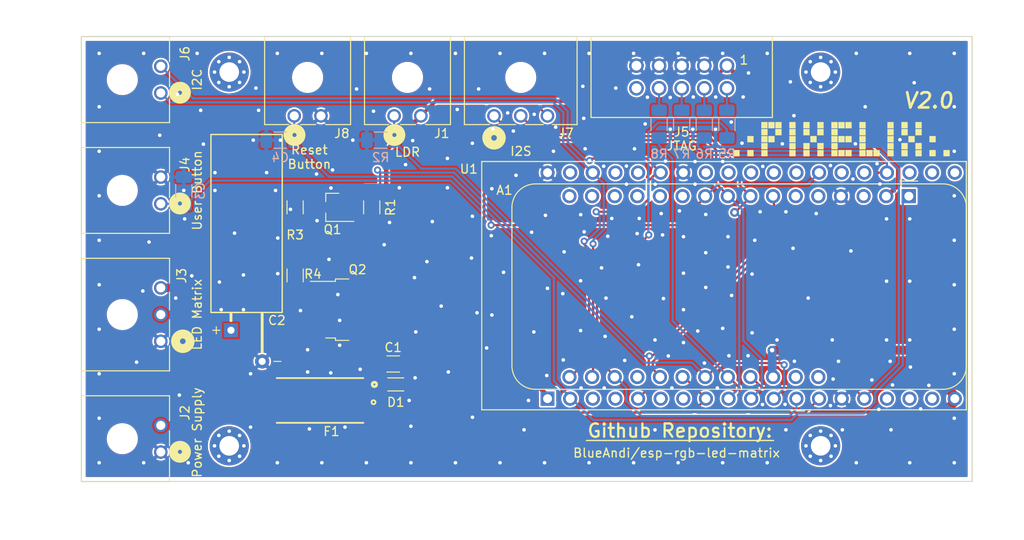
<source format=kicad_pcb>
(kicad_pcb (version 20211014) (generator pcbnew)
  (title_block (title "Pixelix") (date "2022-09-15") (rev "V2.0") (comment 1 "Schneider, Niklas"))
  (layers (0 "F.Cu" signal) (31 "B.Cu" signal) (34 "B.Paste" user) (35 "F.Paste" user) (36 "B.SilkS" user "B.Silkscreen") (37 "F.SilkS" user "F.Silkscreen") (38 "B.Mask" user) (39 "F.Mask" user) (44 "Edge.Cuts" user))
  (net 0 "")
  (net 1 "+3V3")
  (net 3 "GND")
  (net 6 "/LDR-ANALOG-IN")
  (net 7 "/I2S_WS")
  (net 8 "/I2S_CLK")
  (net 9 "/USER-BUTTON")
  (net 16 "/SDA")
  (net 17 "/SCL")
  (net 18 "/MTMS")
  (net 20 "/MTDO")
  (net 21 "/I2S_Data_IN")
  (net 22 "/LV-DATA-OUT")
  (net 23 "/MTDI")
  (net 24 "/MTCK")
  (net 26 "/RESET")
  (net 27 "Net-(C1-Pad1)")
  (net 28 "/VCC-PROTECTED")
  (net 29 "Net-(F1-Pad2)")
  (net 30 "/HV-DATA-OUT")
  (net 31 "Net-(J5-Pad2)")
  (net 32 "Net-(J5-Pad4)")
  (net 33 "Net-(J5-Pad6)")
  (net 34 "Net-(J5-Pad8)")
  (net 36 "Net-(Q2-Pad1)")
  (footprint "footprints:FUSE_0154004.DR" (layer "F.Cu") (at 127.8 111 180)
    (fp_text reference "F1")
    (fp_text value "4A")
  )
  (footprint "footprints:66200311022" (layer "F.Cu") (at 150.33 74.7 180)
    (fp_text reference "J7")
    (fp_text value "Conn_01x03" hide)
  )
  (footprint "footprints:66200211022" (layer "F.Cu") (at 137.615 74.7 180)
    (fp_text reference "J1")
    (fp_text value "Conn_01x02" hide)
  )
  (footprint "footprints:66200211022" (layer "F.Cu") (at 126.4 74.7 180)
    (fp_text reference "J8")
    (fp_text value "Conn_01x02" hide)
  )
  (footprint "footprints:CP_Radial_D8.0mm_P3.50mm_horizontal" (layer "F.Cu") (at 117.8 101.1125)
    (fp_text reference "C2")
    (fp_text value "1000u / 16V")
  )
  (footprint "Resistor_SMD:R_1206_3216Metric_Pad1.30x1.75mm_HandSolder" (layer "F.Cu") (at 133.6 89.3 90)
    (fp_text reference "R1")
    (fp_text value "10k")
  )
  (footprint "MountingHole:MountingHole_2.2mm_M2_Pad_Via" (layer "F.Cu") (at 117.6 116.1)
    (fp_text reference "H1" hide)
    (fp_text value "MountingHole_Pad" hide)
  )
  (footprint "Capacitor_SMD:C_1206_3216Metric_Pad1.33x1.80mm_HandSolder" (layer "F.Cu") (at 136.01 106.9)
    (fp_text reference "C1")
    (fp_text value "100n")
  )
  (footprint "MountingHole:MountingHole_2.2mm_M2_Pad_Via" (layer "F.Cu") (at 184 74.1)
    (fp_text reference "H4" hide)
    (fp_text value "MountingHole_Pad" hide)
  )
  (footprint "footprints:Adafruit_Feather_V2_ESP32" (layer "F.Cu") (at 193.9 88.0475 -90)
    (fp_text reference "A1")
    (fp_text value "Adafruit_Feather_V2_ESP32")
  )
  (footprint "MountingHole:MountingHole_2.2mm_M2_Pad_Via" (layer "F.Cu") (at 117.6 74.1)
    (fp_text reference "H3" hide)
    (fp_text value "MountingHole_Pad" hide)
  )
  (footprint "footprints:61201021621" (layer "F.Cu") (at 168.4 74.65 180)
    (fp_text reference "J5")
    (fp_text value "Conn_02x05_Odd_Even" hide)
  )
  (footprint "footprints:66200211022" (layer "F.Cu") (at 105.6 115.3 -90)
    (fp_text reference "J2")
    (fp_text value "Conn_01x02" hide)
  )
  (footprint "Package_TO_SOT_SMD:TO-252-3_TabPin2" (layer "F.Cu") (at 132 100.8)
    (fp_text reference "Q2")
    (fp_text value "PMOS_GDS_STD26P3LLH6")
  )
  (footprint "footprints:66200211022" (layer "F.Cu") (at 105.6 87.4 -90)
    (fp_text reference "J4")
    (fp_text value "Conn_01x02" hide)
  )
  (footprint "MountingHole:MountingHole_2.2mm_M2_Pad_Via" (layer "F.Cu") (at 184 116.1)
    (fp_text reference "H2" hide)
    (fp_text value "MountingHole_Pad" hide)
  )
  (footprint "Resistor_SMD:R_1206_3216Metric_Pad1.30x1.75mm_HandSolder" (layer "F.Cu") (at 125 89.3 90)
    (fp_text reference "R3")
    (fp_text value "1.2k")
  )
  (footprint "footprints:66200311022" (layer "F.Cu") (at 105.6 101.35 -90)
    (fp_text reference "J3")
    (fp_text value "Conn_01x03" hide)
  )
  (footprint "footprints:Pixelix_Logo_footprint" (layer "F.Cu") (at 186.3 81.6)
    (fp_text reference "G***" hide)
    (fp_text value "LOGO" hide)
  )
  (footprint "Package_TO_SOT_SMD:SOT-23_Handsoldering" (layer "F.Cu") (at 129.2 89.3 180)
    (fp_text reference "Q1")
    (fp_text value "NMOS_GSD_BSS138")
  )
  (footprint "footprints:MODULE_ESP32-DEVKITC-32D" (layer "F.Cu") (at 173.1 98.1 90)
    (fp_text reference "U1")
    (fp_text value "ESP32-DEVKITC-32D")
  )
  (footprint "Resistor_SMD:R_1206_3216Metric_Pad1.30x1.75mm_HandSolder" (layer "F.Cu") (at 125 96.95 90)
    (fp_text reference "R4")
    (fp_text value "100k")
  )
  (footprint "footprints:66200211022" (layer "F.Cu") (at 105.6 74.95 -90)
    (fp_text reference "J6")
    (fp_text value "Conn_01x02" hide)
  )
  (footprint "footprints:CDSOD323-T05C" (layer "F.Cu") (at 136.3 109.2)
    (fp_text reference "D1")
    (fp_text value "CDSOD323-T05C")
  )
  (footprint "Resistor_SMD:R_1206_3216Metric_Pad1.30x1.75mm_HandSolder" (layer "B.Cu") (at 170.933332 79.95 -90)
    (fp_text reference "R6")
    (fp_text value "100")
  )
  (footprint "Capacitor_SMD:C_1206_3216Metric_Pad1.33x1.80mm_HandSolder" (layer "B.Cu") (at 112.5 87.45 90)
    (fp_text reference "C3")
    (fp_text value "100n")
  )
  (footprint "Resistor_SMD:R_1206_3216Metric_Pad1.30x1.75mm_HandSolder" (layer "B.Cu") (at 173.47 79.95 -90)
    (fp_text reference "R5")
    (fp_text value "100")
  )
  (footprint "Resistor_SMD:R_1206_3216Metric_Pad1.30x1.75mm_HandSolder" (layer "B.Cu") (at 165.86 79.95 -90)
    (fp_text reference "R8")
    (fp_text value "100")
  )
  (footprint "Resistor_SMD:R_1206_3216Metric_Pad1.30x1.75mm_HandSolder" (layer "B.Cu") (at 168.396666 79.95 -90)
    (fp_text reference "R7")
    (fp_text value "100")
  )
  (footprint "Capacitor_SMD:C_1206_3216Metric_Pad1.33x1.80mm_HandSolder" (layer "B.Cu") (at 123.325 81.75 180)
    (fp_text reference "C4")
    (fp_text value "100n")
  )
  (footprint "Resistor_SMD:R_1206_3216Metric_Pad1.30x1.75mm_HandSolder" (layer "B.Cu") (at 134.6 81.75 180)
    (fp_text reference "R2")
    (fp_text value "1k")
  )
  (gr_line (start 201 70.1) (end 201 120.1) (layer "F.SilkS") (width 0.15))
  (gr_line (start 157.7 115.5) (end 178.7 115.5) (layer "F.SilkS") (width 0.15))
  (gr_rect (start 201 70.1) (end 101 120.1) (layer "Edge.Cuts") (width 0.1) (fill none))
  (gr_text "I2C" (at 114 74.950001 90) (layer "F.SilkS") (effects (font (size 1 1))))
  (gr_text "Reset\nButton" (at 126.6 83.65) (layer "F.SilkS") (effects (font (size 1 1))))
  (gr_text "Github Repository:" (at 168.2 114.4) (layer "F.SilkS") (effects (font (size 1.5 1.5) (thickness 0.25))))
  (gr_text "LDR" (at 137.615 83.1) (layer "F.SilkS") (effects (font (size 1 1))))
  (gr_text "Power Supply" (at 114 114.6 90) (layer "F.SilkS") (effects (font (size 1 1))))
  (gr_text "User Button" (at 114 87.400001 90) (layer "F.SilkS") (effects (font (size 1 1))))
  (gr_text "LED Matrix" (at 114 101.35 90) (layer "F.SilkS") (effects (font (size 1 1))))
  (gr_text "BlueAndi/esp-rgb-led-matrix " (at 168.2 116.9) (layer "F.SilkS") (effects (font (size 1 1))))
  (gr_text "JTAG" (at 168.4 82.4) (layer "F.SilkS") (effects (font (size 1 1))))
  (gr_text "V2.0" (at 196.1 77.3) (layer "F.SilkS") (effects (font (size 1.7 1.7) (thickness 0.3) italic)))
  (gr_text "I2S" (at 150.35 83) (layer "F.SilkS") (effects (font (size 1 1))))
  (segment (start 140.765 77.37) (end 139.115 79.02) (width 0.4) (layer "F.Cu") (net 1))
  (segment (start 181 80.9) (end 188.725 80.9) (width 0.5) (layer "F.Cu") (net 1))
  (segment (start 172.21 74.65) (end 159.83 74.65) (width 0.4) (layer "F.Cu") (net 1))
  (segment (start 135.2251 82.9099) (end 135.2251 88.9251) (width 0.5) (layer "F.Cu") (net 1))
  (segment (start 173.48 73.38) (end 181 80.9) (width 0.5) (layer "F.Cu") (net 1))
  (segment (start 159.83 74.65) (end 157.11 77.37) (width 0.4) (layer "F.Cu") (net 1))
  (segment (start 153.34 110.46) (end 153.34 110.8) (width 0.5) (layer "F.Cu") (net 1))
  (segment (start 139.115 79.02) (end 135.2251 82.9099) (width 0.5) (layer "F.Cu") (net 1))
  (segment (start 173.48 73.38) (end 172.21 74.65) (width 0.4) (layer "F.Cu") (net 1))
  (segment (start 192.7 86.8075) (end 191.46 88.0475) (width 0.5) (layer "F.Cu") (net 1))
  (segment (start 188.725 80.9) (end 192.7 84.875) (width 0.5) (layer "F.Cu") (net 1))
  (segment (start 192.7 84.875) (end 192.7 86.8075) (width 0.5) (layer "F.Cu") (net 1))
  (segment (start 133.5151 90.6351) (end 153.34 110.46) (width 0.5) (layer "F.Cu") (net 1))
  (segment (start 157.11 77.37) (end 140.765 77.37) (width 0.4) (layer "F.Cu") (net 1))
  (segment (start 135.2251 88.9251) (end 133.5151 90.6351) (width 0.5) (layer "F.Cu") (net 1))
  (via (at 140.4 90.9) (size 0.8) (drill 0.4) (layers "F.Cu" "B.Cu") (net 3))
  (via (at 194 118) (size 0.8) (drill 0.4) (layers "F.Cu" "B.Cu") (net 3))
  (via (at 113 118) (size 0.8) (drill 0.4) (layers "F.Cu" "B.Cu") (net 3))
  (via (at 151.84 78.85) (size 0.8) (drill 0.4) (layers "F.Cu" "B.Cu") (net 3))
  (via (at 103 78) (size 0.8) (drill 0.4) (layers "F.Cu" "B.Cu") (net 3))
  (via (at 114.4 78.4) (size 0.8) (drill 0.4) (layers "F.Cu" "B.Cu") (net 3))
  (via (at 190.3251 84.4001) (size 0.8) (drill 0.4) (layers "F.Cu" "B.Cu") (net 3))
  (via (at 129.2 85.1) (size 0.8) (drill 0.4) (layers "F.Cu" "B.Cu") (net 3))
  (via (at 124.475 89.525) (size 0.8) (drill 0.4) (layers "F.Cu" "B.Cu") (net 3))
  (via (at 133 72) (size 0.8) (drill 0.4) (layers "F.Cu" "B.Cu") (net 3))
  (via (at 153 118) (size 0.8) (drill 0.4) (layers "F.Cu" "B.Cu") (net 3))
  (via (at 103 93) (size 0.8) (drill 0.4) (layers "F.Cu" "B.Cu") (net 3))
  (via (at 166.9 106) (size 0.8) (drill 0.4) (layers "F.Cu" "B.Cu") (net 3))
  (via (at 160.55 90.55) (size 0.8) (drill 0.4) (layers "F.Cu" "B.Cu") (net 3))
  (via (at 175.17 82.09) (size 0.8) (drill 0.4) (layers "F.Cu" "B.Cu") (net 3))
  (via (at 118.2 92.2) (size 0.8) (drill 0.4) (layers "F.Cu" "B.Cu") (net 3))
  (via (at 180.6 75.2) (size 0.8) (drill 0.4) (layers "F.Cu" "B.Cu") (net 3))
  (via (at 191.4 104.2) (size 0.8) (drill 0.4) (layers "F.Cu" "B.Cu") (net 3))
  (via (at 142.1 87.1) (size 0.8) (drill 0.4) (layers "F.Cu" "B.Cu") (net 3))
  (via (at 145.6 76) (size 0.8) (drill 0.4) (layers "F.Cu" "B.Cu") (net 3))
  (via (at 116.5 97.7) (size 0.8) (drill 0.4) (layers "F.Cu" "B.Cu") (net 3))
  (via (at 137.8 111) (size 0.8) (drill 0.4) (layers "F.Cu" "B.Cu") (net 3))
  (via (at 129 107.9) (size 0.8) (drill 0.4) (layers "F.Cu" "B.Cu") (net 3))
  (via (at 107.9 98.7) (size 0.8) (drill 0.4) (layers "F.Cu" "B.Cu") (net 3))
  (via (at 194 72) (size 0.8) (drill 0.4) (layers "F.Cu" "B.Cu") (net 3))
  (via (at 187.4 94.2) (size 0.8) (drill 0.4) (layers "F.Cu" "B.Cu") (net 3))
  (via (at 143 72) (size 0.8) (drill 0.4) (layers "F.Cu" "B.Cu") (net 3))
  (via (at 157.4 79.3) (size 0.8) (drill 0.4) (layers "F.Cu" "B.Cu") (net 3))
  (via (at 196.1501 109.3001) (size 0.8) (drill 0.4) (layers "F.Cu" "B.Cu") (net 3))
  (via (at 103 98) (size 0.8) (drill 0.4) (layers "F.Cu" "B.Cu") (net 3))
  (via (at 177.2 89.8) (size 0.8) (drill 0.4) (layers "F.Cu" "B.Cu") (net 3))
  (via (at 187.9 82.1655) (size 0.8) (drill 0.4) (layers "F.Cu" "B.Cu") (net 3))
  (via (at 129.02 87.13) (size 0.8) (drill 0.4) (layers "F.Cu" "B.Cu") (net 3))
  (via (at 162 106.5) (size 0.8) (drill 0.4) (layers "F.Cu" "B.Cu") (net 3))
  (via (at 175.85 105.9755) (size 0.8) (drill 0.4) (layers "F.Cu" "B.Cu") (net 3))
  (via (at 158 72) (size 0.8) (drill 0.4) (layers "F.Cu" "B.Cu") (net 3))
  (via (at 146.5 105.1) (size 0.8) (drill 0.4) (layers "F.Cu" "B.Cu") (net 3))
  (via (at 181.05 106.6) (size 0.8) (drill 0.4) (layers "F.Cu" "B.Cu") (net 3))
  (via (at 191.4 97.6) (size 0.8) (drill 0.4) (layers "F.Cu" "B.Cu") (net 3))
  (via (at 132.3 107.5) (size 0.8) (drill 0.4) (layers "F.Cu" "B.Cu") (net 3))
  (via (at 119.2 100.8) (size 0.8) (drill 0.4) (layers "F.Cu" "B.Cu") (net 3))
  (via (at 163.1 82.724011) (size 0.8) (drill 0.4) (layers "F.Cu" "B.Cu") (net 3))
  (via (at 168.6 92.6) (size 0.8) (drill 0.4) (layers "F.Cu" "B.Cu") (net 3))
  (via (at 159.8 103.8) (size 0.8) (drill 0.4) (layers "F.Cu" "B.Cu") (net 3))
  (via (at 151.2 111) (size 0.8) (drill 0.4) (layers "F.Cu" "B.Cu") (net 3))
  (via (at 173 118) (size 0.8) (drill 0.4) (layers "F.Cu" "B.Cu") (net 3))
  (via (at 190.5251 112.0001) (size 0.8) (drill 0.4) (layers "F.Cu" "B.Cu") (net 3))
  (via (at 154 83) (size 0.8) (drill 0.4) (layers "F.Cu" "B.Cu") (net 3))
  (via (at 148 118) (size 0.8) (drill 0.4) (layers "F.Cu" "B.Cu") (net 3))
  (via (at 180 111.440989) (size 0.8) (drill 0.4) (layers "F.Cu" "B.Cu") (net 3))
  (via (at 114 72) (size 0.8) (drill 0.4) (layers "F.Cu" "B.Cu") (net 3))
  (via (at 157.05 97.55) (size 0.8) (drill 0.4) (layers "F.Cu" "B.Cu") (net 3))
  (via (at 185.1 111.5755) (size 0.8) (drill 0.4) (layers "F.Cu" "B.Cu") (net 3))
  (via (at 185.3 104.2) (size 0.8) (drill 0.4) (layers "F.Cu" "B.Cu") (net 3))
  (via (at 144.9 82.1) (size 0.8) (drill 0.4) (layers "F.Cu" "B.Cu") (net 3))
  (via (at 173.6 96) (size 0.8) (drill 0.4) (layers "F.Cu" "B.Cu") (net 3))
  (via (at 165.4 104.2) (size 0.8) (drill 0.4) (layers "F.Cu" "B.Cu") (net 3))
  (via (at 114.7 82.2) (size 0.8) (drill 0.4) (layers "F.Cu" "B.Cu") (net 3))
  (via (at 157.061752 90.1245) (size 0.8) (drill 0.4) (layers "F.Cu" "B.Cu") (net 3))
  (via (at 116 85.4) (size 0.8) (drill 0.4) (layers "F.Cu" "B.Cu") (net 3))
  (via (at 133.8 78.5) (size 0.8) (drill 0.4) (layers "F.Cu" "B.Cu") (net 3))
  (via (at 111.8 76.6) (size 0.8) (drill 0.4) (layers "F.Cu" "B.Cu") (net 3))
  (via (at 199 72) (size 0.8) (drill 0.4) (layers "F.Cu" "B.Cu") (net 3))
  (via (at 199 78) (size 0.8) (drill 0.4) (layers "F.Cu" "B.Cu") (net 3))
  (via (at 149.8 85.7) (size 0.8) (drill 0.4) (layers "F.Cu" "B.Cu") (net 3))
  (via (at 136.7 87.1) (size 0.8) (drill 0.4) (layers "F.Cu" "B.Cu") (net 3))
  (via (at 170.95 106.8) (size 0.8) (drill 0.4) (layers "F.Cu" "B.Cu") (net 3))
  (via (at 150.7 114.3) (size 0.8) (drill 0.4) (layers "F.Cu" "B.Cu") (net 3))
  (via (at 135.6 91) (size 0.8) (drill 0.4) (layers "F.Cu" "B.Cu") (net 3))
  (via (at 109.8 81.2) (size 0.8) (drill 0.4) (layers "F.Cu" "B.Cu") (net 3))
  (via (at 169.65 80.5245) (size 0.8) (drill 0.4) (layers "F.Cu" "B.Cu") (net 3))
  (via (at 173 84.1501) (size 0.8) (drill 0.4) (layers "F.Cu" "B.Cu") (net 3))
  (via (at 103 118) (size 0.8) (drill 0.4) (layers "F.Cu" "B.Cu") (net 3))
  (via (at 194.0751 107.2501) (size 0.8) (drill 0.4) (layers "F.Cu" "B.Cu") (net 3))
  (via (at 138.2 81.8) (size 0.8) (drill 0.4) (layers "F.Cu" "B.Cu") (net 3))
  (via (at 173.7 105.9755) (size 0.8) (drill 0.4) (layers "F.Cu" "B.Cu") (net 3))
  (via (at 174 99.2) (size 0.8) (drill 0.4) (layers "F.Cu" "B.Cu") (net 3))
  (via (at 147.2 80.51) (size 0.8) (drill 0.4) (layers "F.Cu" "B.Cu") (net 3))
  (via (at 168.6 96.7) (size 0.8) (drill 0.4) (layers "F.Cu" "B.Cu") (net 3))
  (via (at 162.2 86.7) (size 0.8) (drill 0.4) (layers "F.Cu" "B.Cu") (net 3))
  (via (at 144.91 112.89) (size 0.8) (drill 0.4) (layers "F.Cu" "B.Cu") (net 3))
  (via (at 119.2 96.9) (size 0.8) (drill 0.4) (layers "F.Cu" "B.Cu") (net 3))
  (via (at 163.6351 90.55) (size 0.8) (drill 0.4) (layers "F.Cu" "B.Cu") (net 3))
  (via (at 168.6 104.5) (size 0.8) (drill 0.4) (layers "F.Cu" "B.Cu") (net 3))
  (via (at 108 118) (size 0.8) (drill 0.4) (layers "F.Cu" "B.Cu") (net 3))
  (via (at 142.1 83.8) (size 0.8) (drill 0.4) (layers "F.Cu" "B.Cu") (net 3))
  (via (at 160.1 92.55) (size 0.8) (drill 0.4) (layers "F.Cu" "B.Cu") (net 3))
  (via (at 128.8 95.15) (size 0.8) (drill 0.4) (layers "F.Cu" "B.Cu") (net 3))
  (via (at 140.1 76) (size 0.8) (drill 0.4) (layers "F.Cu" "B.Cu") (net 3))
  (via (at 178 118) (size 0.8) (drill 0.4) (layers "F.Cu" "B.Cu") (net 3))
  (via (at 123 118) (size 0.8) (drill 0.4) (layers "F.Cu" "B.Cu") (net 3))
  (via (at 138.55 103.3) (size 0.8) (drill 0.4) (layers "F.Cu" "B.Cu") (net 3))
  (via (at 173.96 79.72) (size 0.8) (drill 0.4) (layers "F.Cu" "B.Cu") (net 3))
  (via (at 121.8 85.4) (size 0.8) (drill 0.4) (layers "F.Cu" "B.Cu") (net 3))
  (via (at 103 108) (size 0.8) (drill 0.4) (layers "F.Cu" "B.Cu") (net 3))
  (via (at 167.12 80.5245) (size 0.8) (drill 0.4) (layers "F.Cu" "B.Cu") (net 3))
  (via (at 194.5 75.3) (size 0.8) (drill 0.4) (layers "F.Cu" "B.Cu") (net 3))
  (via (at 186 106.6) (size 0.8) (drill 0.4) (layers "F.Cu" "B.Cu") (net 3))
  (via (at 129.8 99.1) (size 0.8) (drill 0.4) (layers "F.Cu" "B.Cu") (net 3))
  (via (at 180.1 114.3) (size 0.8) (drill 0.4) (layers "F.Cu" "B.Cu") (net 3))
  (via (at 180.1 89.8) (size 0.8) (drill 0.4) (layers "F.Cu" "B.Cu") (net 3))
  (via (at 182.6 99.5) (size 0.8) (drill 0.4) (layers "F.Cu" "B.Cu") (net 3))
  (via (at 194 104.2) (size 0.8) (drill 0.4) (layers "F.Cu" "B.Cu") (net 3))
  (via (at 199 88) (size 0.8) (drill 0.4) (layers "F.Cu" "B.Cu") (net 3))
  (via (at 185.1 84.6) (size 0.8) (drill 0.4) (layers "F.Cu" "B.Cu") (net 3))
  (via (at 199 93) (size 0.8) (drill 0.4) (layers "F.Cu" "B.Cu") (net 3))
  (via (at 168.1445 89.7) (size 0.8) (drill 0.4) (layers "F.Cu" "B.Cu") (net 3))
  (via (at 177.4701 111.4601) (size 0.8) (drill 0.4) (layers "F.Cu" "B.Cu") (net 3))
  (via (at 133 118) (size 0.8) (drill 0.4) (layers "F.Cu" "B.Cu") (net 3))
  (via (at 103 72) (size 0.8) (drill 0.4) (layers "F.Cu" "B.Cu") (net 3))
  (via (at 199 103) (size 0.8) (drill 0.4) (layers "F.Cu" "B.Cu") (net 3))
  (via (at 199 118) (size 0.8) (drill 0.4) (layers "F.Cu" "B.Cu") (net 3))
  (via (at 159.7 109.6) (size 0.8) (drill 0.4) (layers "F.Cu" "B.Cu") (net 3))
  (via (at 163 118) (size 0.8) (drill 0.4) (layers "F.Cu" "B.Cu") (net 3))
  (via (at 177.5 84.7) (size 0.8) (drill 0.4) (layers "F.Cu" "B.Cu") (net 3))
  (via (at 138.4 97.2) (size 0.8) (drill 0.4) (layers "F.Cu" "B.Cu") (net 3))
  (via (at 148 72) (size 0.8) (drill 0.4) (layers "F.Cu" "B.Cu") (net 3))
  (via (at 189 78) (size 0.8) (drill 0.4) (layers "F.Cu" "B.Cu") (net 3))
  (via (at 112.6 90.6) (size 0.8) (drill 0.4) (layers "F.Cu" "B.Cu") (net 3))
  (via (at 143.2 78.3) (size 0.8) (drill 0.4) (layers "F.Cu" "B.Cu") (net 3))
  (via (at 120.6 75.9) (size 0.8) (drill 0.4) (layers "F.Cu" "B.Cu") (net 3))
  (via (at 113.4 97) (size 0.8) (drill 0.4) (layers "F.Cu" "B.Cu") (net 3))
  (via (at 165.4251 86.7001) (size 0.8) (drill 0.4) (layers "F.Cu" "B.Cu") (net 3))
  (via (at 164.3 79.93) (size 0.8) (drill 0.4) (layers "F.Cu" "B.Cu") (net 3))
  (via (at 159.9 99.5) (size 0.8) (drill 0.4) (layers "F.Cu" "B.Cu") (net 3))
  (via (at 103 103) (size 0.8) (drill 0.4) (layers "F.Cu" "B.Cu") (net 3))
  (via (at 153.1 90.2) (size 0.8) (drill 0.4) (layers "F.Cu" "B.Cu") (net 3))
  (via (at 171.1 90.1) (size 0.8) (drill 0.4) (layers "F.Cu" "B.Cu") (net 3))
  (via (at 108 72) (size 0.8) (drill 0.4) (layers "F.Cu" "B.Cu") (net 3))
  (via (at 138.47 108.46) (size 0.8) (drill 0.4) (layers "F.Cu" "B.Cu") (net 3))
  (via (at 126.4 105.3) (size 0.8) (drill 0.4) (layers "F.Cu" "B.Cu") (net 3))
  (via (at 151.55 92.1) (size 0.8) (drill 0.4) (layers "F.Cu" "B.Cu") (net 3))
  (via (at 157.45 92.05) (size 0.8) (drill 0.4) (layers "F.Cu" "B.Cu") (net 3))
  (via (at 147.09 101.4) (size 0.8) (drill 0.4) (layers "F.Cu" "B.Cu") (net 3))
  (via (at 153 72) (size 0.8) (drill 0.4) (layers "F.Cu" "B.Cu") (net 3))
  (via (at 168 72) (size 0.8) (drill 0.4) (layers "F.Cu" "B.Cu") (net 3))
  (via (at 194 97.6) (size 0.8) (drill 0.4) (layers "F.Cu" "B.Cu") (net 3))
  (via (at 194 90.6) (size 0.8) (drill 0.4) (layers "F.Cu" "B.Cu") (net 3))
  (via (at 149.5 80.73) (size 0.8) (drill 0.4) (layers "F.Cu" "B.Cu") (net 3))
  (via (at 137.4 84.5) (size 0.8) (drill 0.4) (layers "F.Cu" "B.Cu") (net 3))
  (via (at 178 72) (size 0.8) (drill 0.4) (layers "F.Cu" "B.Cu") (net 3))
  (via (at 123 72) (size 0.8) (drill 0.4) (layers "F.Cu" "B.Cu") (net 3))
  (via (at 159.4 96.1) (size 0.8) (drill 0.4) (layers "F.Cu" "B.Cu") (net 3))
  (via (at 144.8 95) (size 0.8) (drill 0.4) (layers "F.Cu" "B.Cu") (net 3))
  (via (at 123.05 96.75) (size 0.8) (drill 0.4) (layers "F.Cu" "B.Cu") (net 3))
  (via (at 157.3 75.7) (size 0.8) (drill 0.4) (layers "F.Cu" "B.Cu") (net 3))
  (via (at 163.4 92.25) (size 0.8) (drill 0.4) (layers "F.Cu" "B.Cu") (net 3))
  (via (at 199 108) (size 0.8) (drill 0.4) (layers "F.Cu" "B.Cu") (net 3))
  (via (at 168 118) (size 0.8) (drill 0.4) (layers "F.Cu" "B.Cu") (net 3))
  (via (at 172.22 76.9) (size 0.8) (drill 0.4) (layers "F.Cu" "B.Cu") (net 3))
  (via (at 169.9 84.16) (size 0.8) (drill 0.4) (layers "F.Cu" "B.Cu") (net 3))
  (via (at 191.9 114.3) (size 0.8) (drill 0.4) (layers "F.Cu" "B.Cu") (net 3))
  (via (at 103 88) (size 0.8) (drill 0.4) (layers "F.Cu" "B.Cu") (net 3))
  (via (at 116 87.4) (size 0.8) (drill 0.4) (layers "F.Cu" "B.Cu") (net 3))
  (via (at 161 75.9) (size 0.8) (drill 0.4) (layers "F.Cu" "B.Cu") (net 3))
  (via (at 123.35 81.75) (size 0.8) (drill 0.4) (layers "F.Cu" "B.Cu") (net 3))
  (via (at 131.9 76) (size 0.8) (drill 0.4) (layers "F.Cu" "B.Cu") (net 3))
  (via (at 162.8 101.6) (size 0.8) (drill 0.4) (layers "F.Cu" "B.Cu") (net 3))
  (via (at 157.56 82.724011) (size 0.8) (drill 0.4) (layers "F.Cu" "B.Cu") (net 3))
  (via (at 172.2 80.53) (size 0.8) (drill 0.4) (layers "F.Cu" "B.Cu") (net 3))
  (via (at 116.7 100.8) (size 0.8) (drill 0.4) (layers "F.Cu" "B.Cu") (net 3))
  (via (at 175.9 74.2) (size 0.8) (drill 0.4) (layers "F.Cu" "B.Cu") (net 3))
  (via (at 138 118) (size 0.8) (drill 0.4) (layers "F.Cu" "B.Cu") (net 3))
  (via (at 175.3 76.9) (size 0.8) (drill 0.4) (layers "F.Cu" "B.Cu") (net 3))
  (via (at 171.1 98.3) (size 0.8) (drill 0.4) (layers "F.Cu" "B.Cu") (net 3))
  (via (at 199 113) (size 0.8) (drill 0.4) (layers "F.Cu" "B.Cu") (net 3))
  (via (at 120 114) (size 0.8) (drill 0.4) (layers "F.Cu" "B.Cu") (net 3))
  (via (at 157.05 103.15) (size 0.8) (drill 0.4) (layers "F.Cu" "B.Cu") (net 3))
  (via (at 165.4 114.30401) (size 0.8) (drill 0.4) (layers "F.Cu" "B.Cu") (net 3))
  (via (at 199 83) (size 0.8) (drill 0.4) (layers "F.Cu" "B.Cu") (net 3))
  (via (at 166.1 90) (size 0.8) (drill 0.4) (layers "F.Cu" "B.Cu") (net 3))
  (via (at 192.9 81.7) (size 0.8) (drill 0.4) (layers "F.Cu" "B.Cu") (net 3))
  (via (at 138 113.9) (size 0.8) (drill 0.4) (layers "F.Cu" "B.Cu") (net 3))
  (via (at 139.8 95.4) (size 0.8) (drill 0.4) (layers "F.Cu" "B.Cu") (net 3))
  (via (at 168.6 100.8) (size 0.8) (drill 0.4) (layers "F.Cu" "B.Cu") (net 3))
  (via (at 169.7 76.9) (size 0.8) (drill 0.4) (layers "F.Cu" "B.Cu") (net 3))
  (via (at 144.9 90.3) (size 0.8) (drill 0.4) (layers "F.Cu" "B.Cu") (net 3))
  (via (at 120.9 78.4) (size 0.8) (drill 0.4) (layers "F.Cu" "B.Cu") (net 3))
  (via (at 154.25 80.29) (size 0.8) (drill 0.4) (layers "F.Cu" "B.Cu") (net 3))
  (via (at 151.8 103.3) (size 0.8) (drill 0.4) (layers "F.Cu" "B.Cu") (net 3))
  (via (at 142.2 107.8) (size 0.8) (drill 0.4) (layers "F.Cu" "B.Cu") (net 3))
  (via (at 138 72) (size 0.8) (drill 0.4) (layers "F.Cu" "B.Cu") (net 3))
  (via (at 147.02 92.49) (size 0.8) (drill 0.4) (layers "F.Cu" "B.Cu") (net 3))
  (via (at 103 113) (size 0.8) (drill 0.4) (layers "F.Cu" "B.Cu") (net 3))
  (via (at 191.4 90.6) (size 0.8) (drill 0.4) (layers "F.Cu" "B.Cu") (net 3))
  (via (at 176.3 103.4) (size 0.8) (drill 0.4) (layers "F.Cu" "B.Cu") (net 3))
  (via (at 108.6 93.2) (size 0.8) (drill 0.4) (layers "F.Cu" "B.Cu") (net 3))
  (via (at 155.1 106.45) (size 0.8) (drill 0.4) (layers "F.Cu" "B.Cu") (net 3))
  (via (at 179.1 104.2) (size 0.8) (drill 0.4) (layers "F.Cu" "B.Cu") (net 3))
  (via (at 176.6 93) (size 0.8) (drill 0.4) (layers "F.Cu" "B.Cu") (net 3))
  (via (at 128 118) (size 0.8) (drill 0.4) (layers "F.Cu" "B.Cu") (net 3))
  (via (at 141.4 100.4) (size 0.8) (drill 0.4) (layers "F.Cu" "B.Cu") (net 3))
  (via (at 111.6 99.5) (size 0.8) (drill 0.4) (layers "F.Cu" "B.Cu") (net 3))
  (via (at 135 93.5) (size 0.8) (drill 0.4) (layers "F.Cu" "B.Cu") (net 3))
  (via (at 130 104.8) (size 0.8) (drill 0.4) (layers "F.Cu" "B.Cu") (net 3))
  (via (at 153.3255 98.4) (size 0.8) (drill 0.4) (layers "F.Cu" "B.Cu") (net 3))
  (via (at 173.6 92.6) (size 0.8) (drill 0.4) (layers "F.Cu" "B.Cu") (net 3))
  (via (at 172.4 109.6) (size 0.8) (drill 0.4) (layers "F.Cu" "B.Cu") (net 3))
  (via (at 183.5 90) (size 0.8) (drill 0.4) (layers "F.Cu" "B.Cu") (net 3))
  (via (at 130 102) (size 0.8) (drill 0.4) (layers "F.Cu" "B.Cu") (net 3))
  (via (at 181 79) (size 0.8) (drill 0.4) (layers "F.Cu" "B.Cu") (net 3))
  (via (at 187.6251 86.1251) (size 0.8) (drill 0.4) (layers "F.Cu" "B.Cu") (net 3))
  (via (at 185.4 108.6) (size 0.8) (drill 0.4) (layers "F.Cu" "B.Cu") (net 3))
  (via (at 155.05 99) (size 0.8) (drill 0.4) (layers "F.Cu" "B.Cu") (net 3))
  (via (at 107.2 106.7) (size 0.8) (drill 0.4) (layers "F.Cu" "B.Cu") (net 3))
  (via (at 143 118) (size 0.8) (drill 0.4) (layers "F.Cu" "B.Cu") (net 3))
  (via (at 145.42 101.15) (size 0.8) (drill 0.4) (layers "F.Cu" "B.Cu") (net 3))
  (via (at 126.4 107.8) (size 0.8) (drill 0.4) (layers "F.Cu" "B.Cu") (net 3))
  (via (at 170.2 103.2) (size 0.8) (drill 0.4) (layers "F.Cu" "B.Cu") (net 3))
  (via (at 189.75 108.7) (size 0.8) (drill 0.4) (layers "F.Cu" "B.Cu") (net 3))
  (via (at 186.436 114.3) (size 0.8) (drill 0.4) (layers "F.Cu" "B.Cu") (net 3))
  (via (at 127.46 90.8) (size 0.8) (drill 0.4) (layers "F.Cu" "B.Cu") (net 3))
  (via (at 158 118) (size 0.8) (drill 0.4) (layers "F.Cu" "B.Cu") (net 3))
  (via (at 167.11 76.95) (size 0.8) (drill 0.4) (layers "F.Cu" "B.Cu") (net 3))
  (via (at 190.6501 86.6751) (size 0.8) (drill 0.4) (layers "F.Cu" "B.Cu") (net 3))
  (via (at 191.8 106.6) (size 0.8) (drill 0.4) (layers "F.Cu" "B.Cu") (net 3))
  (via (at 157.1 109.6) (size 0.8) (drill 0.4) (layers "F.Cu" "B.Cu") (net 3))
  (via (at 128 72) (size 0.8) (drill 0.4) (layers "F.Cu" "B.Cu") (net 3))
  (via (at 167.3 109.6) (size 0.8) (drill 0.4) (layers "F.Cu" "B.Cu") (net 3))
  (via (at 171.1 94.4) (size 0.8) (drill 0.4) (layers "F.Cu" "B.Cu") (net 3))
  (via (at 163.55 95.75) (size 0.8) (drill 0.4) (layers "F.Cu" "B.Cu") (net 3))
  (via (at 126.6 114.2) (size 0.8) (drill 0.4) (layers "F.Cu" "B.Cu") (net 3))
  (via (at 195.2251 111.9501) (size 0.8) (drill 0.4) (layers "F.Cu" "B.Cu") (net 3))
  (via (at 179.7 82.1655) (size 0.8) (drill 0.4) (layers "F.Cu" "B.Cu") (net 3))
  (via (at 155.2 94.3) (size 0.8) (drill 0.4) (layers "F.Cu" "B.Cu") (net 3))
  (via (at 103 83) (size 0.8) (drill 0.4) (layers "F.Cu" "B.Cu") (net 3))
  (via (at 173 72) (size 0.8) (drill 0.4) (layers "F.Cu" "B.Cu") (net 3))
  (via (at 122.8 87.4) (size 0.8) (drill 0.4) (layers "F.Cu" "B.Cu") (net 3))
  (via (at 199 98) (size 0.8) (drill 0.4) (layers "F.Cu" "B.Cu") (net 3))
  (via (at 131.475 81.75) (size 0.8) (drill 0.4) (layers "F.Cu" "B.Cu") (net 3))
  (via (at 163 72) (size 0.8) (drill 0.4) (layers "F.Cu" "B.Cu") (net 3))
  (via (at 127.4 85.55) (size 0.8) (drill 0.4) (layers "F.Cu" "B.Cu") (net 3))
  (via (at 166.25 92.4) (size 0.8) (drill 0.4) (layers "F.Cu" "B.Cu") (net 3))
  (via (at 120 108) (size 0.8) (drill 0.4) (layers "F.Cu" "B.Cu") (net 3))
  (via (at 123.05 92.75) (size 0.8) (drill 0.4) (layers "F.Cu" "B.Cu") (net 3))
  (via (at 188 118) (size 0.8) (drill 0.4) (layers "F.Cu" "B.Cu") (net 3))
  (via (at 166.35 99.55) (size 0.8) (drill 0.4) (layers "F.Cu" "B.Cu") (net 3))
  (via (at 125.6 100.9) (size 0.8) (drill 0.4) (layers "F.Cu" "B.Cu") (net 3))
  (via (at 120.3 81.75) (size 0.8) (drill 0.4) (layers "F.Cu" "B.Cu") (net 3))
  (via (at 192.066045 109.258554) (size 0.8) (drill 0.4) (layers "F.Cu" "B.Cu") (net 3))
  (via (at 148.4 96.6) (size 0.8) (drill 0.4) (layers "F.Cu" "B.Cu") (net 3))
  (via (at 153.25 108.2) (size 0.8) (drill 0.4) (layers "F.Cu" "B.Cu") (net 3))
  (via (at 130.6 114) (size 0.8) (drill 0.4) (layers "F.Cu" "B.Cu") (net 3))
  (via (at 112 110.4) (size 0.8) (drill 0.4) (layers "F.Cu" "B.Cu") (net 3))
  (via (at 176.3 96.8) (size 0.8) (drill 0.4) (layers "F.Cu" "B.Cu") (net 3))
  (via (at 166.5751 84.1001) (size 0.8) (drill 0.4) (layers "F.Cu" "B.Cu") (net 3))
  (via (at 147.08 87.21) (size 0.8) (drill 0.4) (layers "F.Cu" "B.Cu") (net 3))
  (via (at 159.64 84.68) (size 0.8) (drill 0.4) (layers "F.Cu" "B.Cu") (net 3))
  (via (at 173 102.9) (size 0.8) (drill 0.4) (layers "F.Cu" "B.Cu") (net 3))
  (via (at 188 72) (size 0.8) (drill 0.4) (layers "F.Cu" "B.Cu") (net 3))
  (via (at 148.86 78.69) (size 0.8) (drill 0.4) (layers "F.Cu" "B.Cu") (net 3))
  (via (at 169.9 86.7) (size 0.8) (drill 0.4) (layers "F.Cu" "B.Cu") (net 3))
  (via (at 180.9 93.9) (size 0.8) (drill 0.4) (layers "F.Cu" "B.Cu") (net 3))
  (via (at 164.55 76.93) (size 0.8) (drill 0.4) (layers "F.Cu" "B.Cu") (net 3))
  (via (at 112.5 87.4) (size 0.8) (drill 0.4) (layers "F.Cu" "B.Cu") (net 3))
  (via (at 162.19 84.66) (size 0.8) (drill 0.4) (layers "F.Cu" "B.Cu") (net 3))
  (segment (start 164.70059 106.074811) (end 164.769857 106.005544) (width 0.25) (layer "F.Cu") (net 6))
  (segment (start 164.70059 109.59941) (end 164.70059 106.074811) (width 0.25) (layer "F.Cu") (net 6))
  (segment (start 178.76 88.0475) (end 178.76 92.34) (width 0.25) (layer "F.Cu") (net 6))
  (segment (start 163.5 110.8) (end 164.70059 109.59941) (width 0.25) (layer "F.Cu") (net 6))
  (segment (start 165.094456 106.005544) (end 164.769857 106.005544) (width 0.25) (layer "F.Cu") (net 6))
  (segment (start 178.76 92.34) (end 165.094456 106.005544) (width 0.25) (layer "F.Cu") (net 6))
  (via (at 164.769857 106.005544) (size 0.8) (drill 0.4) (layers "F.Cu" "B.Cu") (net 6))
  (segment (start 136.15 81.75) (end 136.15 81.95) (width 0.25) (layer "B.Cu") (net 6))
  (segment (start 136.115 81.715) (end 136.15 81.75) (width 0.25) (layer "B.Cu") (net 6))
  (segment (start 136.15 81.95) (end 139.15 84.95) (width 0.25) (layer "B.Cu") (net 6))
  (segment (start 136.115 79.02) (end 136.115 81.715) (width 0.25) (layer "B.Cu") (net 6))
  (segment (start 143.032137 84.95) (end 164.087681 106.005544) (width 0.25) (layer "B.Cu") (net 6))
  (segment (start 139.15 84.95) (end 143.032137 84.95) (width 0.25) (layer "B.Cu") (net 6))
  (segment (start 164.087681 106.005544) (end 164.769857 106.005544) (width 0.25) (layer "B.Cu") (net 6))
  (segment (start 152.610489 81.300489) (end 171.400489 81.300489) (width 0.25) (layer "F.Cu") (net 7))
  (segment (start 174.91 86.8375) (end 176.12 88.0475) (width 0.25) (layer "F.Cu") (net 7))
  (segment (start 176.12 88.0475) (end 176.12 88.1475) (width 0.25) (layer "F.Cu") (net 7))
  (segment (start 150.33 79.02) (end 152.610489 81.300489) (width 0.25) (layer "F.Cu") (net 7))
  (segment (start 176.12 88.1475) (end 174.40074 89.86676) (width 0.25) (layer "F.Cu") (net 7))
  (segment (start 174.40074 89.86676) (end 174.33324 89.86676) (width 0.25) (layer "F.Cu") (net 7))
  (segment (start 171.400489 81.300489) (end 174.91 84.81) (width 0.25) (layer "F.Cu") (net 7))
  (segment (start 174.91 84.81) (end 174.91 86.8375) (width 0.25) (layer "F.Cu") (net 7))
  (via (at 174.33324 89.86676) (size 1) (drill 0.5) (layers "F.Cu" "B.Cu") (net 7))
  (segment (start 174.46676 89.86676) (end 174.33324 89.86676) (width 0.25) (layer "B.Cu") (net 7))
  (segment (start 173.66 110.8) (end 174.85 109.61) (width 0.25) (layer "B.Cu") (net 7))
  (segment (start 174.85 109.61) (end 174.85 90.25) (width 0.25) (layer "B.Cu") (net 7))
  (segment (start 174.85 90.25) (end 174.46676 89.86676) (width 0.25) (layer "B.Cu") (net 7))
  (segment (start 148.095 79.785) (end 148.095 80.7359) (width 0.25) (layer "F.Cu") (net 8))
  (segment (start 147.33 79.02) (end 148.095 79.785) (width 0.25) (layer "F.Cu") (net 8))
  (segment (start 149.1091 81.75) (end 171.15 81.75) (width 0.25) (layer "F.Cu") (net 8))
  (segment (start 171.15 81.75) (end 172.27 82.87) (width 0.25) (layer "F.Cu") (net 8))
  (segment (start 172.27 82.87) (end 172.27 86.6375) (width 0.25) (layer "F.Cu") (net 8))
  (segment (start 148.095 80.7359) (end 149.1091 81.75) (width 0.25) (layer "F.Cu") (net 8))
  (segment (start 172.27 86.6375) (end 173.68 88.0475) (width 0.25) (layer "F.Cu") (net 8))
  (segment (start 175.31 89.6775) (end 175.31 104.26) (width 0.25) (layer "B.Cu") (net 8))
  (segment (start 177.4 109.6) (end 176.2 110.8) (width 0.25) (layer "B.Cu") (net 8))
  (segment (start 173.68 88.0475) (end 175.31 89.6775) (width 0.25) (layer "B.Cu") (net 8))
  (segment (start 175.31 104.26) (end 177.4 106.35) (width 0.25) (layer "B.Cu") (net 8))
  (segment (start 177.4 106.35) (end 177.4 109.6) (width 0.25) (layer "B.Cu") (net 8))
  (segment (start 171.14 88.0475) (end 167.8875 91.3) (width 0.25) (layer "F.Cu") (net 9))
  (segment (start 167.8875 91.3) (end 147 91.3) (width 0.25) (layer "F.Cu") (net 9))
  (via (at 147 91.3) (size 0.8) (drill 0.4) (layers "F.Cu" "B.Cu") (net 9))
  (segment (start 112.5 89.0125) (end 112.7375 89.0125) (width 0.25) (layer "B.Cu") (net 9))
  (segment (start 115.45 86.3) (end 142.475 86.3) (width 0.25) (layer "B.Cu") (net 9))
  (segment (start 112.3875 88.9) (end 112.5 89.0125) (width 0.25) (layer "B.Cu") (net 9))
  (segment (start 183.82 85.4) (end 182.52 86.7) (width 0.25) (layer "B.Cu") (net 9))
  (segment (start 112.7375 89.0125) (end 115.45 86.3) (width 0.25) (layer "B.Cu") (net 9))
  (segment (start 142.475 86.3) (end 147 90.825) (width 0.25) (layer "B.Cu") (net 9))
  (segment (start 182.52 86.7) (end 172.4875 86.7) (width 0.25) (layer "B.Cu") (net 9))
  (segment (start 109.92 88.9) (end 112.3875 88.9) (width 0.25) (layer "B.Cu") (net 9))
  (segment (start 147 90.825) (end 147 91.3) (width 0.25) (layer "B.Cu") (net 9))
  (segment (start 172.4875 86.7) (end 171.14 88.0475) (width 0.25) (layer "B.Cu") (net 9))
  (segment (start 164.67 86.33) (end 164.67 88.3878) (width 0.25) (layer "F.Cu") (net 16))
  (segment (start 157.45 93.45) (end 157.45 93.1) (width 0.25) (layer "F.Cu") (net 16))
  (segment (start 158.2751 83.8251) (end 158.0501 84.0501) (width 0.25) (layer "F.Cu") (net 16))
  (segment (start 158 106.2675) (end 158 94) (width 0.25) (layer "F.Cu") (net 16))
  (segment (start 166.04 85.4) (end 164.4651 83.8251) (width 0.25) (layer "F.Cu") (net 16))
  (segment (start 164.67 88.3878) (end 163.2578 89.8) (width 0.25) (layer "F.Cu") (net 16))
  (segment (start 155.9 108.3675) (end 158 106.2675) (width 0.25) (layer "F.Cu") (net 16))
  (segment (start 164.4651 83.8251) (end 158.2751 83.8251) (width 0.25) (layer "F.Cu") (net 16))
  (segment (start 166.04 85.4) (end 165.6 85.4) (width 0.25) (layer "F.Cu") (net 16))
  (segment (start 163.2578 89.8) (end 158.8 89.8) (width 0.25) (layer "F.Cu") (net 16))
  (segment (start 165.6 85.4) (end 164.67 86.33) (width 0.25) (layer "F.Cu") (net 16))
  (segment (start 158 94) (end 157.45 93.45) (width 0.25) (layer "F.Cu") (net 16))
  (via (at 157.45 93.1) (size 0.8) (drill 0.4) (layers "F.Cu" "B.Cu") (net 16))
  (via (at 158.0501 84.0501) (size 0.8) (drill 0.4) (layers "F.Cu" "B.Cu") (net 16))
  (via (at 158.8 89.8) (size 0.8) (drill 0.4) (layers "F.Cu" "B.Cu") (net 16))
  (segment (start 157.7252 93.1) (end 157.45 93.1) (width 0.25) (layer "B.Cu") (net 16))
  (segment (start 155.6 78.484296) (end 155.6 81.96) (width 0.25) (layer "B.Cu") (net 16))
  (segment (start 154.166194 77.05049) (end 155.6 78.484296) (width 0.25) (layer "B.Cu") (net 16))
  (segment (start 109.92 73.45) (end 113.520489 77.050489) (width 0.25) (layer "B.Cu") (net 16))
  (segment (start 159.200589 90.200589) (end 159.200589 91.624611) (width 0.25) (layer "B.Cu") (net 16))
  (segment (start 155.6 81.96) (end 157.6901 84.0501) (width 0.25) (layer "B.Cu") (net 16))
  (segment (start 158.8 89.8) (end 159.200589 90.200589) (width 0.25) (layer "B.Cu") (net 16))
  (segment (start 113.520489 77.050489) (end 154.166194 77.05049) (width 0.25) (layer "B.Cu") (net 16))
  (segment (start 157.6901 84.0501) (end 158.0501 84.0501) (width 0.25) (layer "B.Cu") (net 16))
  (segment (start 159.200589 91.624611) (end 157.7252 93.1) (width 0.25) (layer "B.Cu") (net 16))
  (segment (start 158.45 108.3575) (end 158.45 93.4) (width 0.25) (layer "F.Cu") (net 17))
  (segment (start 158.44 108.3675) (end 158.45 108.3575) (width 0.25) (layer "F.Cu") (net 17))
  (via (at 158.45 93.4) (size 0.8) (drill 0.4) (layers "F.Cu" "B.Cu") (net 17))
  (segment (start 158.3754 85.4) (end 158.42 85.4) (width 0.25) (layer "B.Cu") (net 17))
  (segment (start 153.98 77.5) (end 155.1 78.62) (width 0.25) (layer "B.Cu") (net 17))
  (segment (start 155.1 78.62) (end 155.1 82.1246) (width 0.25) (layer "B.Cu") (net 17))
  (segment (start 159.6501 91.810804) (end 158.45 93.010904) (width 0.25) (layer "B.Cu") (net 17))
  (segment (start 158.45 93.010904) (end 158.45 93.4) (width 0.25) (layer "B.Cu") (net 17))
  (segment (start 110.97 77.5) (end 153.98 77.5) (width 0.25) (layer "B.Cu") (net 17))
  (segment (start 159.6501 86.6301) (end 159.6501 91.810804) (width 0.25) (layer "B.Cu") (net 17))
  (segment (start 155.1 82.1246) (end 158.3754 85.4) (width 0.25) (layer "B.Cu") (net 17))
  (segment (start 158.42 85.4) (end 159.6501 86.6301) (width 0.25) (layer "B.Cu") (net 17))
  (segment (start 109.92 76.45) (end 110.97 77.5) (width 0.25) (layer "B.Cu") (net 17))
  (segment (start 160.98 108.3675) (end 158.9 106.2875) (width 0.25) (layer "F.Cu") (net 18))
  (segment (start 158.9 106.2875) (end 158.9 98.2) (width 0.25) (layer "F.Cu") (net 18))
  (segment (start 158.9 98.2) (end 164.7 92.4) (width 0.25) (layer "F.Cu") (net 18))
  (via (at 164.7 92.4) (size 0.8) (drill 0.4) (layers "F.Cu" "B.Cu") (net 18))
  (segment (start 173.47 80.56) (end 172.71 79.8) (width 0.25) (layer "B.Cu") (net 18))
  (segment (start 165.72251 79.8) (end 164.66048 80.86203) (width 0.25) (layer "B.Cu") (net 18))
  (segment (start 181.28 110.8) (end 181.28 111.97) (width 0.25) (layer "B.Cu") (net 18))
  (segment (start 163.859008 112.75) (end 162.2 111.090992) (width 0.25) (layer "B.Cu") (net 18))
  (segment (start 180.5 112.75) (end 163.859008 112.75) (width 0.25) (layer "B.Cu") (net 18))
  (segment (start 162.2 109.5875) (end 160.98 108.3675) (width 0.25) (layer "B.Cu") (net 18))
  (segment (start 181.28 111.97) (end 180.5 112.75) (width 0.25) (layer "B.Cu") (net 18))
  (segment (start 164.66048 80.86203) (end 164.66048 92.36048) (width 0.25) (layer "B.Cu") (net 18))
  (segment (start 173.47 81.5) (end 173.47 80.56) (width 0.25) (layer "B.Cu") (net 18))
  (segment (start 164.66048 92.36048) (end 164.7 92.4) (width 0.25) (layer "B.Cu") (net 18))
  (segment (start 172.71 79.8) (end 165.72251 79.8) (width 0.25) (layer "B.Cu") (net 18))
  (segment (start 162.2 111.090992) (end 162.2 109.5875) (width 0.25) (layer "B.Cu") (net 18))
  (segment (start 165.1501 107.4576) (end 166.06 108.3675) (width 0.25) (layer "F.Cu") (net 20))
  (segment (start 190.4877 85.4) (end 190.025 85.8627) (width 0.25) (layer "F.Cu") (net 20))
  (segment (start 191.44 85.4) (end 190.4877 85.4) (width 0.25) (layer "F.Cu") (net 20))
  (segment (start 165.1501 106.6499) (end 165.1501 107.4576) (width 0.25) (layer "F.Cu") (net 20))
  (segment (start 182.48 87.7172) (end 182.48 89.32) (width 0.25) (layer "F.Cu") (net 20))
  (segment (start 190.025 85.8627) (end 190.025 85.865991) (width 0.25) (layer "F.Cu") (net 20))
  (segment (start 188.968002 86.922989) (end 183.274211 86.922989) (width 0.25) (layer "F.Cu") (net 20))
  (segment (start 182.48 89.32) (end 165.1501 106.6499) (width 0.25) (layer "F.Cu") (net 20))
  (segment (start 190.025 85.865991) (end 188.968002 86.922989) (width 0.25) (layer "F.Cu") (net 20))
  (segment (start 183.274211 86.922989) (end 182.48 87.7172) (width 0.25) (layer "F.Cu") (net 20))
  (segment (start 190.5201 83.4201) (end 191.44 84.34) (width 0.25) (layer "B.Cu") (net 20))
  (segment (start 168.396666 81.5) (end 168.654296 81.5) (width 0.25) (layer "B.Cu") (net 20))
  (segment (start 170.574396 83.4201) (end 190.5201 83.4201) (width 0.25) (layer "B.Cu") (net 20))
  (segment (start 191.44 84.34) (end 191.44 85.4) (width 0.25) (layer "B.Cu") (net 20))
  (segment (start 168.654296 81.5) (end 170.574396 83.4201) (width 0.25) (layer "B.Cu") (net 20))
  (segment (start 146.23 78.45) (end 146.23 102.53) (width 0.25) (layer "F.Cu") (net 21))
  (segment (start 154.4501 109.8251) (end 154.4501 110.9751) (width 0.25) (layer "F.Cu") (net 21))
  (segment (start 154.3001 109.6751) (end 154.4501 109.8251) (width 0.25) (layer "F.Cu") (net 21))
  (segment (start 154.4501 110.9751) (end 155.834999 112.359999) (width 0.25) (layer "F.Cu") (net 21))
  (segment (start 169.560001 112.359999) (end 171.12 110.8) (width 0.25) (layer "F.Cu") (net 21))
  (segment (start 146.785489 77.894511) (end 146.23 78.45) (width 0.25) (layer "F.Cu") (net 21))
  (segment (start 155.834999 112.359999) (end 169.560001 112.359999) (width 0.25) (layer "F.Cu") (net 21))
  (segment (start 153.3751 109.6751) (end 154.3001 109.6751) (width 0.25) (layer "F.Cu") (net 21))
  (segment (start 152.204511 77.894511) (end 146.785489 77.894511) (width 0.25) (layer "F.Cu") (net 21))
  (segment (start 168.6675 108.3675) (end 168.6 108.3675) (width 0.25) (layer "F.Cu") (net 21))
  (segment (start 153.33 79.02) (end 152.204511 77.894511) (width 0.25) (layer "F.Cu") (net 21))
  (segment (start 146.23 102.53) (end 153.3751 109.6751) (width 0.25) (layer "F.Cu") (net 21))
  (segment (start 171.12 110.8) (end 171.1 110.8) (width 0.25) (layer "F.Cu") (net 21))
  (segment (start 171.1 110.8) (end 168.6675 108.3675) (width 0.25) (layer "F.Cu") (net 21))
  (segment (start 134.5501 85.4095) (end 134.2506 85.11) (width 0.25) (layer "F.Cu") (net 22))
  (segment (start 172.7075 106.8) (end 179.7 106.8) (width 0.25) (layer "F.Cu") (net 22))
  (segment (start 171.14 108.3675) (end 172.7075 106.8) (width 0.25) (layer "F.Cu") (net 22))
  (segment (start 179.7 106.8) (end 179.9 107) (width 0.25) (layer "F.Cu") (net 22))
  (segment (start 133.7 87.75) (end 133.9002 87.75) (width 0.25) (layer "F.Cu") (net 22))
  (segment (start 134.5501 87.1001) (end 134.5501 85.4095) (width 0.25) (layer "F.Cu") (net 22))
  (segment (start 133.9002 87.75) (end 134.5501 87.1001) (width 0.25) (layer "F.Cu") (net 22))
  (via (at 134.2506 85.11) (size 0.8) (drill 0.4) (layers "F.Cu" "B.Cu") (net 22))
  (via (at 179.9 107) (size 0.8) (drill 0.4) (layers "F.Cu" "B.Cu") (net 22))
  (segment (start 142.846408 85.4) (end 134.5406 85.4) (width 0.25) (layer "B.Cu") (net 22))
  (segment (start 178.74 110.8) (end 179.9 109.64) (width 0.25) (layer "B.Cu") (net 22))
  (segment (start 134.5406 85.4) (end 134.2506 85.11) (width 0.25) (layer "B.Cu") (net 22))
  (segment (start 169.55 106.75) (end 164.196408 106.75) (width 0.25) (layer "B.Cu") (net 22))
  (segment (start 179.9 109.64) (end 179.9 107) (width 0.25) (layer "B.Cu") (net 22))
  (segment (start 171.1675 108.3675) (end 169.55 106.75) (width 0.25) (layer "B.Cu") (net 22))
  (segment (start 164.196408 106.75) (end 142.846408 85.4) (width 0.25) (layer "B.Cu") (net 22))
  (segment (start 174.9 109.5875) (end 174.9 111.096008) (width 0.25) (layer "F.Cu") (net 23))
  (segment (start 173.68 108.3675) (end 174.9 109.5875) (width 0.25) (layer "F.Cu") (net 23))
  (segment (start 176.163992 112.36) (end 182.26 112.36) (width 0.25) (layer "F.Cu") (net 23))
  (segment (start 182.26 112.36) (end 183.82 110.8) (width 0.25) (layer "F.Cu") (net 23))
  (segment (start 174.9 111.096008) (end 176.163992 112.36) (width 0.25) (layer "F.Cu") (net 23))
  (segment (start 165.86 82.34) (end 167.375489 83.855489) (width 0.25) (layer "B.Cu") (net 23))
  (segment (start 165.86 81.5) (end 165.86 82.34) (width 0.25) (layer "B.Cu") (net 23))
  (segment (start 167.375489 102.062989) (end 173.68 108.3675) (width 0.25) (layer "B.Cu") (net 23))
  (segment (start 167.375489 83.855489) (end 167.375489 102.062989) (width 0.25) (layer "B.Cu") (net 23))
  (segment (start 187.7 109.6) (end 188.9 110.8) (width 0.25) (layer "F.Cu") (net 24))
  (segment (start 176.22 108.3675) (end 177.4525 109.6) (width 0.25) (layer "F.Cu") (net 24))
  (segment (start 177.4525 109.6) (end 187.7 109.6) (width 0.25) (layer "F.Cu") (net 24))
  (segment (start 188.9 110.714296) (end 188.9 110.8) (width 0.25) (layer "B.Cu") (net 24))
  (segment (start 192.77 106.844296) (end 188.9 110.714296) (width 0.25) (layer "B.Cu") (net 24))
  (segment (start 170.760599 82.970599) (end 190.706303 82.970599) (width 0.25) (layer "B.Cu") (net 24))
  (segment (start 170.2 82.15) (end 170.2 82.41) (width 0.25) (layer "B.Cu") (net 24))
  (segment (start 170.57 81.5) (end 170.2 81.87) (width 0.25) (layer "B.Cu") (net 24))
  (segment (start 192.77 85.034296) (end 192.77 106.844296) (width 0.25) (layer "B.Cu") (net 24))
  (segment (start 170.933332 81.5) (end 170.57 81.5) (width 0.25) (layer "B.Cu") (net 24))
  (segment (start 190.706303 82.970599) (end 192.77 85.034296) (width 0.25) (layer "B.Cu") (net 24))
  (segment (start 170.2 81.87) (end 170.2 82.41) (width 0.25) (layer "B.Cu") (net 24))
  (segment (start 170.2 82.41) (end 170.760599 82.970599) (width 0.25) (layer "B.Cu") (net 24))
  (segment (start 142.661194 85.85049) (end 154.05 97.239296) (width 0.25) (layer "B.Cu") (net 26))
  (segment (start 190.12 110.13) (end 193.2251 107.0249) (width 0.25) (layer "B.Cu") (net 26))
  (segment (start 193.2251 88.7224) (end 193.9 88.0475) (width 0.25) (layer "B.Cu") (net 26))
  (segment (start 181.43 112.47) (end 188.820991 112.47) (width 0.25) (layer "B.Cu") (net 26))
  (segment (start 124.8875 81.75) (end 124.8875 81.9625) (width 0.25) (layer "B.Cu") (net 26))
  (segment (start 124.9 81.7375) (end 124.8875 81.75) (width 0.25) (layer "B.Cu") (net 26))
  (segment (start 124.8875 81.9625) (end 128.775489 85.850489) (width 0.25) (layer "B.Cu") (net 26))
  (segment (start 188.820991 112.47) (end 190.12 111.170991) (width 0.25) (layer "B.Cu") (net 26))
  (segment (start 180.70049 113.19951) (end 181.43 112.47) (width 0.25) (layer "B.Cu") (net 26))
  (segment (start 190.12 111.170991) (end 190.12 110.13) (width 0.25) (layer "B.Cu") (net 26))
  (segment (start 154.05 108.8) (end 158.44951 113.19951) (width 0.25) (layer "B.Cu") (net 26))
  (segment (start 128.775489 85.850489) (end 142.661194 85.85049) (width 0.25) (layer "B.Cu") (net 26))
  (segment (start 154.05 97.239296) (end 154.05 108.8) (width 0.25) (layer "B.Cu") (net 26))
  (segment (start 158.44951 113.19951) (end 180.70049 113.19951) (width 0.25) (layer "B.Cu") (net 26))
  (segment (start 124.9 79.02) (end 124.9 81.7375) (width 0.25) (layer "B.Cu") (net 26))
  (segment (start 193.2251 107.0249) (end 193.2251 88.7224) (width 0.25) (layer "B.Cu") (net 26))
  (segment (start 127.8 100.8) (end 134.1 100.8) (width 1.2) (layer "F.Cu") (net 27))
  (segment (start 123.25 90.85) (end 117.8 96.3) (width 1) (layer "F.Cu") (net 28))
  (segment (start 197.01569 113.18451) (end 199.06 111.1402) (width 1) (layer "F.Cu") (net 28))
  (segment (start 125 90.85) (end 123.25 90.85) (width 1) (layer "F.Cu") (net 28))
  (segment (start 193.95 105.35) (end 178.55 105.35) (width 1) (layer "F.Cu") (net 28))
  (segment (start 117.8 96.3) (end 117.8 103.1125) (width 1) (layer "F.Cu") (net 28))
  (segment (start 127.8751 113.409122) (end 129.765978 115.3) (width 1) (layer "F.Cu") (net 28))
  (segment (start 127.8 103.08) (end 127.8751 103.1551) (width 1) (layer "F.Cu") (net 28))
  (segment (start 146.51549 113.18451) (end 197.01569 113.18451) (width 1) (layer "F.Cu") (net 28))
  (segment (start 199.06 111.1402) (end 199.06 110.8) (width 1) (layer "F.Cu") (net 28))
  (segment (start 129.765978 115.3) (end 144.4 115.3) (width 1) (layer "F.Cu") (net 28))
  (segment (start 144.4 115.3) (end 146.51549 113.18451) (width 1) (layer "F.Cu") (net 28))
  (segment (start 199.06 110.46) (end 193.95 105.35) (width 1) (layer "F.Cu") (net 28))
  (segment (start 199.06 110.8) (end 199.06 110.46) (width 1) (layer "F.Cu") (net 28))
  (segment (start 127.8751 103.1551) (end 127.8751 113.409122) (width 1) (layer "F.Cu") (net 28))
  (via (at 178.55 105.35) (size 1) (drill 0.5) (layers "F.Cu" "B.Cu") (net 28))
  (segment (start 178.55 108.1575) (end 178.55 105.35) (width 1) (layer "B.Cu") (net 28))
  (segment (start 178.76 108.3675) (end 178.55 108.1575) (width 1) (layer "B.Cu") (net 28))
  (segment (start 125 87.75) (end 124.65 87.75) (width 1) (layer "F.Cu") (net 30))
  (segment (start 124.65 87.75) (end 114.05 98.35) (width 1) (layer "F.Cu") (net 30))
  (segment (start 114.05 98.35) (end 109.92 98.35) (width 1) (layer "F.Cu") (net 30))
  (segment (start 173.48 75.92) (end 173.48 78.39) (width 0.25) (layer "B.Cu") (net 31))
  (segment (start 173.48 78.39) (end 173.47 78.4) (width 0.25) (layer "B.Cu") (net 31))
  (segment (start 170.94 78.393332) (end 170.933332 78.4) (width 0.25) (layer "B.Cu") (net 32))
  (segment (start 170.94 75.92) (end 170.94 78.393332) (width 0.25) (layer "B.Cu") (net 32))
  (segment (start 168.4 78.396666) (end 168.396666 78.4) (width 0.25) (layer "B.Cu") (net 33))
  (segment (start 168.4 75.92) (end 168.4 78.396666) (width 0.25) (layer "B.Cu") (net 33))
  (segment (start 165.86 78.4) (end 165.86 75.92) (width 0.25) (layer "B.Cu") (net 34))
  (segment (start 127.8 98.52) (end 125.22 98.52) (width 1) (layer "F.Cu") (net 36))
  (zone (net 3) (net_name "GND") (layer "F.Cu") (priority 3) (connect_pads (clearance 0.2)) (min_thickness 0.2) (fill yes (thermal_gap 0.2) (thermal_bridge_width 0.4) (smoothing fillet) (radius 0.4))
    (polygon (pts (xy 201 120.1) (xy 101 120.1) (xy 101 70.1) (xy 201 70.1)))
  )
  (zone (net 1) (net_name "+3V3") (layer "F.Cu") (priority 5) (connect_pads yes (clearance 0.3)) (min_thickness 0.2) (fill yes (thermal_gap 0.2) (thermal_bridge_width 0.2) (smoothing fillet) (radius 0.3))
    (polygon (pts (xy 134.75 89.475) (xy 134.75 91.8) (xy 132.75 91.8) (xy 132.15 91.2) (xy 129.6 90.95) (xy 129.6 89.475)))
  )
  (zone (net 27) (net_name "Net-(C1-Pad1)") (layer "F.Cu") (priority 4) (connect_pads yes (clearance 0.2)) (min_thickness 0.2) (fill yes (thermal_gap 0.2) (thermal_bridge_width 0.4) (smoothing fillet) (radius 0.4))
    (polygon (pts (xy 137.4 103.8) (xy 135.9 106) (xy 135.9 107.7) (xy 135.9 109.1) (xy 135.6 110.1) (xy 133.299982 113.1) (xy 128.7 113.099146) (xy 128.700007 108.899146) (xy 132.8 108.4) (xy 133.3 107.7) (xy 133.3 106) (xy 130.8 103.8) (xy 130.8 97.8) (xy 137.4 97.8)))
  )
  (zone (net 22) (net_name "/LV-DATA-OUT") (layer "F.Cu") (priority 4) (connect_pads yes (clearance 0.3)) (min_thickness 0.2) (fill yes (thermal_gap 0.2) (thermal_bridge_width 0.2) (smoothing fillet) (radius 0.3))
    (polygon (pts (xy 134.7 89.15) (xy 129.6 89.15) (xy 129.6 87.85) (xy 132.15 87.55) (xy 132.8 86.9) (xy 134.4 86.9) (xy 134.7 86.9)))
  )
  (zone (net 30) (net_name "/HV-DATA-OUT") (layer "F.Cu") (priority 4) (connect_pads yes (clearance 0.3)) (min_thickness 0.2) (fill yes (thermal_gap 0.2) (thermal_bridge_width 0.2) (smoothing fillet) (radius 0.4))
    (polygon (pts (xy 128.75 88.75) (xy 128.75 89.9) (xy 126.65 89.9) (xy 124.1 88.45) (xy 124.1 87.05) (xy 125.95 87.05)))
  )
  (zone (net 28) (net_name "/VCC-PROTECTED") (layer "F.Cu") (priority 4) (connect_pads yes (clearance 0.2)) (min_thickness 0.2) (fill yes (thermal_gap 0.4) (thermal_bridge_width 0.4) (smoothing fillet) (radius 0.4))
    (polygon (pts (xy 129.2 104.3) (xy 116.2 104.3) (xy 112.39 102.6) (xy 108.8 102.6) (xy 108.8 100.125) (xy 112.9251 100.1251) (xy 116.2 101.61) (xy 129.2 101.61)))
  )
  (zone (net 29) (net_name "Net-(F1-Pad2)") (layer "F.Cu") (priority 4) (connect_pads yes (clearance 0.2)) (min_thickness 0.2) (fill yes (thermal_gap 0.2) (thermal_bridge_width 0.4) (smoothing fillet) (radius 0.4))
    (polygon (pts (xy 127 113.2) (xy 116.8 113.2) (xy 113.8 115.4) (xy 108.6 115.4) (xy 108.6 111.5) (xy 112.9 111.5) (xy 116.6 108.9) (xy 127 108.9)))
  )
  (zone (net 3) (net_name "GND") (layer "B.Cu") (priority 4) (connect_pads (clearance 0.2)) (min_thickness 0.2) (fill yes (thermal_gap 0.2) (thermal_bridge_width 0.4) (smoothing fillet) (radius 0.4))
    (polygon (pts (xy 201 120.1) (xy 101 120.1) (xy 101 70.1) (xy 201 70.1)))
  )
)
</source>
